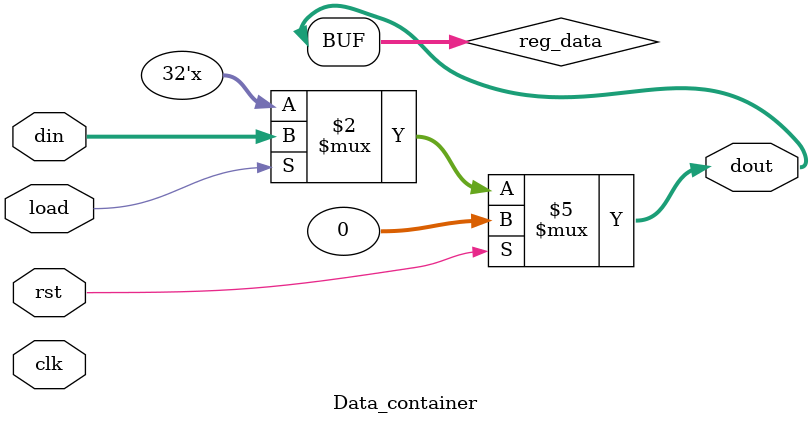
<source format=v>
`timescale 1ns / 1ps


module Data_container(
  input wire clk,    // 时钟输入
  input wire rst,    // 复位输入
  input wire [31:0] din, // 数据输入
  input wire load,   // 载入控制输入
  output wire [31:0] dout // 数据输出
);

  // 声明寄存器变量
  reg [31:0] reg_data;

  always @(*) begin
    if (rst) begin
      // 复位时，将寄存器清零
      reg_data <= 4'h00000000;
    end else if (load) begin
      // 如果 load 信号为高，则将数据加载到寄存器
      reg_data <= din;
    end
    // 如果需要其他控制逻辑，请在此处添加
  end

  // 数据输出
  assign dout = reg_data;

endmodule


</source>
